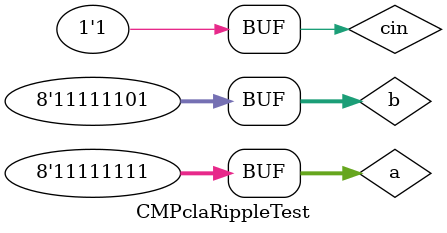
<source format=v>
module CMPclaRippleTest;
	`timescale 1ns/1ps
	reg cin;
	reg [7:0]a,b;
	wire [7:0]sCla,sRipple;
	wire coutCla,coutRipple;
	Cla8bit cla(sCla,coutCla,a,b,cin);
	adder8bit ripple(sRipple,coutRipple,a,b,cin);
	
	initial 
	begin
	a=8'hFF; b=8'h01; cin=1'b0;
	#200
	a=8'hFF; b=8'hFE; cin=1'b0;
	#400
	a=8'hFF; b=8'hFD; cin=1'b1;
	end
	initial
	$monitor($time," a = %b b = %b cin = %b *** s_CLA = %b *** cout_CLA = %b *** s_Ripple = %b *** cout_Ripple = %b",a,b,cin,sCla,coutCla,sRipple,coutRipple);

endmodule

</source>
